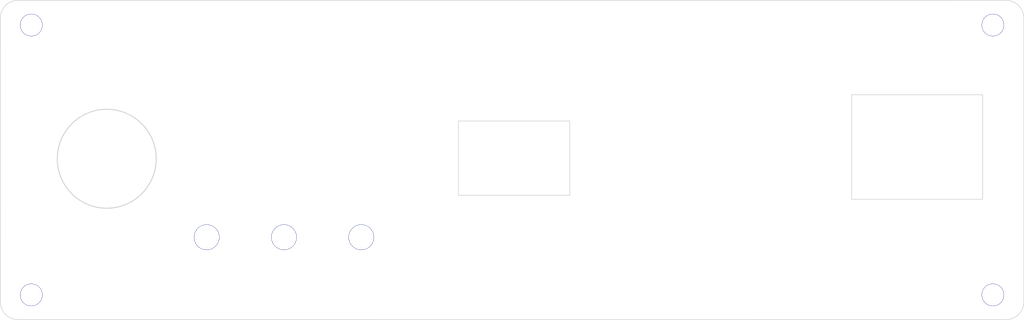
<source format=kicad_pcb>
(kicad_pcb (version 20211014) (generator pcbnew)

  (general
    (thickness 1.6)
  )

  (paper "A4")
  (layers
    (0 "F.Cu" signal)
    (31 "B.Cu" signal)
    (32 "B.Adhes" user "B.Adhesive")
    (33 "F.Adhes" user "F.Adhesive")
    (34 "B.Paste" user)
    (35 "F.Paste" user)
    (36 "B.SilkS" user "B.Silkscreen")
    (37 "F.SilkS" user "F.Silkscreen")
    (38 "B.Mask" user)
    (39 "F.Mask" user)
    (40 "Dwgs.User" user "User.Drawings")
    (41 "Cmts.User" user "User.Comments")
    (42 "Eco1.User" user "User.Eco1")
    (43 "Eco2.User" user "User.Eco2")
    (44 "Edge.Cuts" user)
    (45 "Margin" user)
    (46 "B.CrtYd" user "B.Courtyard")
    (47 "F.CrtYd" user "F.Courtyard")
    (48 "B.Fab" user)
    (49 "F.Fab" user)
    (50 "User.1" user)
    (51 "User.2" user)
    (52 "User.3" user)
    (53 "User.4" user)
    (54 "User.5" user)
    (55 "User.6" user)
    (56 "User.7" user)
    (57 "User.8" user)
    (58 "User.9" user)
  )

  (setup
    (pad_to_mask_clearance 0)
    (pcbplotparams
      (layerselection 0x0001000_7ffffffe)
      (disableapertmacros false)
      (usegerberextensions false)
      (usegerberattributes true)
      (usegerberadvancedattributes true)
      (creategerberjobfile true)
      (svguseinch false)
      (svgprecision 6)
      (excludeedgelayer true)
      (plotframeref false)
      (viasonmask false)
      (mode 1)
      (useauxorigin false)
      (hpglpennumber 1)
      (hpglpenspeed 20)
      (hpglpendiameter 15.000000)
      (dxfpolygonmode true)
      (dxfimperialunits true)
      (dxfusepcbnewfont true)
      (psnegative false)
      (psa4output false)
      (plotreference true)
      (plotvalue true)
      (plotinvisibletext false)
      (sketchpadsonfab false)
      (subtractmaskfromsilk false)
      (outputformat 1)
      (mirror false)
      (drillshape 0)
      (scaleselection 1)
      (outputdirectory "E:/painel 1/")
    )
  )

  (net 0 "")

  (gr_arc (start 229.518529 75.231471) (mid 231.550006 76.072936) (end 232.391471 78.104413) (layer "Edge.Cuts") (width 0.1) (tstamp 12a883e9-a2a3-4a76-b83e-144ae4ecc561))
  (gr_line (start 232.391471 78.104413) (end 232.391471 123.988529) (layer "Edge.Cuts") (width 0.1) (tstamp 2a89c69a-0a68-4f56-9dbd-d11e0930d3d9))
  (gr_line (start 225.74 107.4) (end 225.74 90.5) (layer "Edge.Cuts") (width 0.1) (tstamp 367f0762-0405-46e4-8b1a-6fe14922a635))
  (gr_arc (start 69.764413 126.854413) (mid 67.732936 126.012948) (end 66.891471 123.981471) (layer "Edge.Cuts") (width 0.1) (tstamp 3c74ddb3-baeb-4cd0-b34d-1d49c526de3b))
  (gr_line (start 69.761471 75.228529) (end 229.518529 75.231471) (layer "Edge.Cuts") (width 0.1) (tstamp 47d03cf3-47cf-4f35-a125-07f2fe4dc31d))
  (gr_line (start 140.97 94.75) (end 158.97 94.75) (layer "Edge.Cuts") (width 0.1) (tstamp 7600a00f-ae86-49f8-8c81-5756c93f893c))
  (gr_line (start 229.518529 126.861471) (end 69.764413 126.854413) (layer "Edge.Cuts") (width 0.1) (tstamp 7f0b2f72-10a3-4dff-9e36-873e3a46d84d))
  (gr_line (start 204.56 107.4) (end 225.74 107.4) (layer "Edge.Cuts") (width 0.1) (tstamp 80a45515-01e0-44b3-b9dd-c288cb30052a))
  (gr_line (start 66.891471 123.981471) (end 66.888529 78.101471) (layer "Edge.Cuts") (width 0.1) (tstamp 823efe13-8814-4c09-813e-4e4f00558027))
  (gr_line (start 158.97 94.75) (end 158.97 106.75) (layer "Edge.Cuts") (width 0.1) (tstamp 9db54aa2-6558-42e0-9409-b58b6d5ab2c3))
  (gr_line (start 204.54 90.5) (end 204.54 107.4) (layer "Edge.Cuts") (width 0.1) (tstamp aa00bbfe-2dc9-49aa-96bb-94cf398baed1))
  (gr_line (start 158.97 106.75) (end 140.97 106.75) (layer "Edge.Cuts") (width 0.1) (tstamp b2b70b3e-c34f-4e66-8f12-ca8fffbd52a2))
  (gr_circle (center 84.1 100.85) (end 92.1 100.85) (layer "Edge.Cuts") (width 0.15) (fill none) (tstamp b6900d44-5a72-405c-82a0-fffea595f1df))
  (gr_arc (start 232.391471 123.988529) (mid 231.550006 126.020006) (end 229.518529 126.861471) (layer "Edge.Cuts") (width 0.1) (tstamp c53490cc-866f-43bf-8cd4-f69699a978e1))
  (gr_line (start 140.97 106.75) (end 140.97 94.75) (layer "Edge.Cuts") (width 0.1) (tstamp c72a0da9-c07d-4f91-8571-c91c74ff3ac1))
  (gr_line (start 225.74 90.5) (end 204.54 90.5) (layer "Edge.Cuts") (width 0.1) (tstamp e3ca4a69-4e20-483f-98f9-40af9db76c48))
  (gr_arc (start 66.888529 78.101471) (mid 67.729994 76.069994) (end 69.761471 75.228529) (layer "Edge.Cuts") (width 0.1) (tstamp f71ce7f8-5d9f-4aa5-a8b5-5f1484b125e9))
  (gr_text "R8" (at 187.891471 76.227942 180) (layer "F.Fab") (tstamp 8b8a4d91-0198-41fd-ac67-ac769ff22276)
    (effects (font (size 0.5 0.5) (thickness 0.08)))
  )

  (via (at 125.26 113.54) (size 4.1) (drill 4) (layers "F.Cu" "B.Cu") (free) (net 0) (tstamp 42c1a2bc-dc4c-4e28-b351-eae0c0ca9bf1))
  (via (at 100.26 113.54) (size 4.1) (drill 4) (layers "F.Cu" "B.Cu") (free) (net 0) (tstamp 4ab1afdd-28c2-46b4-9ba2-d0488a8a1fb1))
  (via (at 227.391471 122.861471) (size 3.6) (drill 3.5) (layers "F.Cu" "B.Cu") (free) (net 0) (tstamp 869b9396-9314-433f-a1ea-a4656ba80990))
  (via (at 112.76 113.54) (size 4.1) (drill 4) (layers "F.Cu" "B.Cu") (free) (net 0) (tstamp aa44972b-20e1-4fcf-9049-238a6b79de98))
  (via (at 71.891471 79.231471) (size 3.6) (drill 3.5) (layers "F.Cu" "B.Cu") (free) (net 0) (tstamp c7bd5d4f-5d3f-4984-881e-0b317fad98d9))
  (via (at 227.391471 79.231471) (size 3.6) (drill 3.5) (layers "F.Cu" "B.Cu") (free) (net 0) (tstamp f2442a2f-a92c-4711-80b9-400a4b6b68cd))
  (via (at 71.891471 122.861471) (size 3.6) (drill 3.5) (layers "F.Cu" "B.Cu") (free) (net 0) (tstamp fe62a688-7318-4934-98f9-3e4237c68199))

)

</source>
